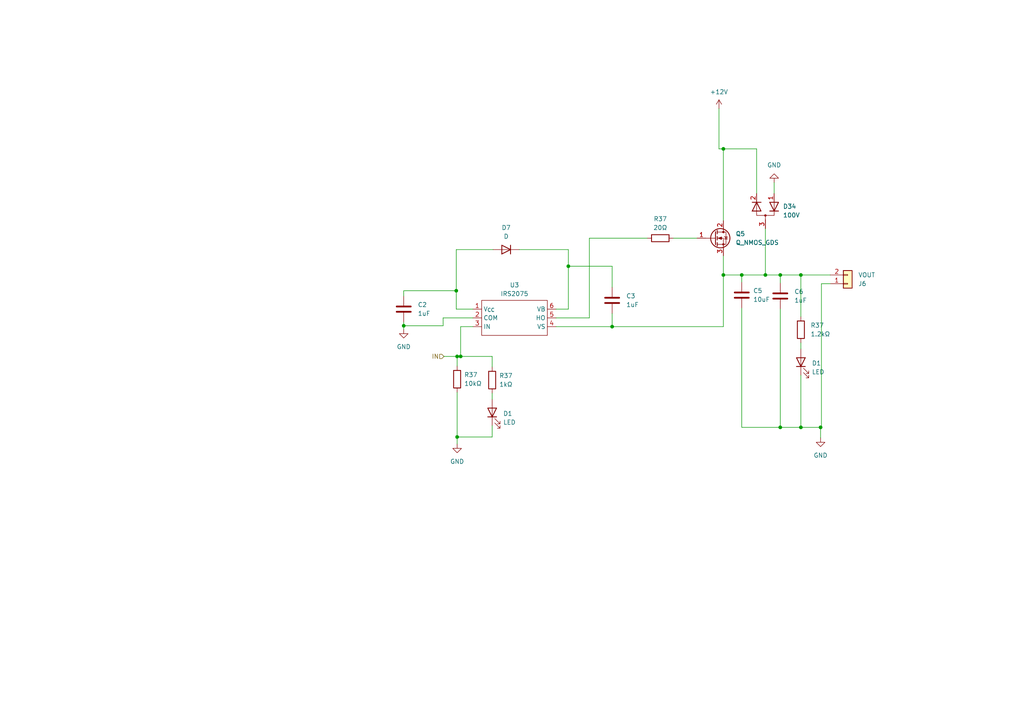
<source format=kicad_sch>
(kicad_sch (version 20230121) (generator eeschema)
  (paper "A4")
  (lib_symbols
    (symbol "Connector_Generic:Conn_01x02" (pin_names (offset 1.016) hide)
      (property "Reference" "J" (at 0 2.54 0))
      (property "Value" "Conn_01x02" (at 0 -5.08 0))
      (symbol "Conn_01x02_1_1"
        (rectangle (start -1.27 -2.413) (end 0 -2.667) (stroke (width 0.1524)))
        (rectangle (start -1.27 0.127) (end 0 -0.127) (stroke (width 0.1524)))
        (rectangle (start -1.27 1.27) (end 1.27 -3.81) (stroke (width 0.254)) (fill (type background)))
        (pin passive line (at -5.08 0 0) (length 3.81) (name "Pin_1") (number "1"))
        (pin passive line (at -5.08 -2.54 0) (length 3.81) (name "Pin_2") (number "2"))
      )
    )
    (symbol "Device:C" (pin_numbers hide) (pin_names (offset 0.254))
      (property "Reference" "C" (at 0.635 2.54 0))
      (property "Value" "C" (at 0.635 -2.54 0))
      (symbol "C_0_1"
        (polyline (pts (xy -2.032 -0.762) (xy 2.032 -0.762)) (stroke (width 0.508)))
        (polyline (pts (xy -2.032 0.762) (xy 2.032 0.762)) (stroke (width 0.508)))
      )
      (symbol "C_1_1"
        (pin passive line (at 0 3.81 270) (length 2.794) (name "~") (number "1"))
        (pin passive line (at 0 -3.81 90) (length 2.794) (name "~") (number "2"))
      )
    )
    (symbol "Device:D" (pin_numbers hide) (pin_names (offset 1.016) hide)
      (property "Reference" "D" (at 0 2.54 0))
      (property "Value" "D" (at 0 -2.54 0))
      (symbol "D_0_1"
        (polyline (pts (xy -1.27 1.27) (xy -1.27 -1.27)) (stroke (width 0.254)))
        (polyline (pts (xy 1.27 0) (xy -1.27 0)))
        (polyline (pts (xy 1.27 1.27) (xy 1.27 -1.27) (xy -1.27 0) (xy 1.27 1.27)) (stroke (width 0.254)))
      )
      (symbol "D_1_1"
        (pin passive line (at -3.81 0 0) (length 2.54) (name "K") (number "1"))
        (pin passive line (at 3.81 0 180) (length 2.54) (name "A") (number "2"))
      )
    )
    (symbol "Device:D_Dual_Series_AKC_Parallel" (pin_names (offset 0.762) hide)
      (property "Reference" "D" (at 0 5.08 0))
      (property "Value" "D_Dual_Series_AKC_Parallel" (at 0 -5.08 0))
      (symbol "D_Dual_Series_AKC_Parallel_0_0"
        (polyline (pts (xy 0 -1.27) (xy 0 -3.81)) (stroke (width 0.254)))
        (polyline (pts (xy 2.54 3.81) (xy 2.54 1.27)) (stroke (width 0.254)))
      )
      (symbol "D_Dual_Series_AKC_Parallel_0_1"
        (circle (center -1.27 0) (radius 0.254) (fill (type outline)))
        (polyline (pts (xy -1.27 0) (xy -2.54 0)))
        (polyline (pts (xy 2.54 2.54) (xy -1.27 2.54) (xy -1.27 -2.54) (xy 2.54 -2.54)))
        (polyline (pts (xy 0 3.81) (xy 2.54 2.54) (xy 0 1.27) (xy 0 3.81) (xy 0 3.81) (xy 0 3.81)) (stroke (width 0.254)))
        (polyline (pts (xy 2.54 -1.27) (xy 0 -2.54) (xy 2.54 -3.81) (xy 2.54 -1.27) (xy 2.54 -1.27) (xy 2.54 -1.27)) (stroke (width 0.254)))
        (pin passive line (at 5.08 -2.54 180) (length 2.54) (name "K") (number "1"))
        (pin passive line (at 5.08 2.54 180) (length 2.54) (name "K") (number "2"))
        (pin passive line (at -5.08 0 0) (length 2.54) (name "A") (number "3"))
      )
    )
    (symbol "Device:LED" (pin_numbers hide) (pin_names (offset 1.016) hide)
      (property "Reference" "D" (at 0 2.54 0))
      (property "Value" "LED" (at 0 -2.54 0))
      (symbol "LED_0_1"
        (polyline (pts (xy -1.27 -1.27) (xy -1.27 1.27)) (stroke (width 0.254)))
        (polyline (pts (xy -1.27 0) (xy 1.27 0)))
        (polyline (pts (xy 1.27 -1.27) (xy 1.27 1.27) (xy -1.27 0) (xy 1.27 -1.27)) (stroke (width 0.254)))
        (polyline (pts (xy -3.048 -0.762) (xy -4.572 -2.286) (xy -3.81 -2.286) (xy -4.572 -2.286) (xy -4.572 -1.524)))
        (polyline (pts (xy -1.778 -0.762) (xy -3.302 -2.286) (xy -2.54 -2.286) (xy -3.302 -2.286) (xy -3.302 -1.524)))
      )
      (symbol "LED_1_1"
        (pin passive line (at -3.81 0 0) (length 2.54) (name "K") (number "1"))
        (pin passive line (at 3.81 0 180) (length 2.54) (name "A") (number "2"))
      )
    )
    (symbol "Device:Q_NMOS_GDS" (pin_names (offset 0) hide)
      (property "Reference" "Q" (at 5.08 1.27 0))
      (property "Value" "Q_NMOS_GDS" (at 5.08 -1.27 0))
      (symbol "Q_NMOS_GDS_0_1"
        (polyline (pts (xy 0.254 0) (xy -2.54 0)))
        (polyline (pts (xy 0.254 1.905) (xy 0.254 -1.905)) (stroke (width 0.254)))
        (polyline (pts (xy 0.762 -1.27) (xy 0.762 -2.286)) (stroke (width 0.254)))
        (polyline (pts (xy 0.762 0.508) (xy 0.762 -0.508)) (stroke (width 0.254)))
        (polyline (pts (xy 0.762 2.286) (xy 0.762 1.27)) (stroke (width 0.254)))
        (polyline (pts (xy 2.54 2.54) (xy 2.54 1.778)))
        (polyline (pts (xy 2.54 -2.54) (xy 2.54 0) (xy 0.762 0)))
        (polyline (pts (xy 0.762 -1.778) (xy 3.302 -1.778) (xy 3.302 1.778) (xy 0.762 1.778)))
        (polyline (pts (xy 1.016 0) (xy 2.032 0.381) (xy 2.032 -0.381) (xy 1.016 0)) (fill (type outline)))
        (polyline (pts (xy 2.794 0.508) (xy 2.921 0.381) (xy 3.683 0.381) (xy 3.81 0.254)))
        (polyline (pts (xy 3.302 0.381) (xy 2.921 -0.254) (xy 3.683 -0.254) (xy 3.302 0.381)))
        (circle (center 1.651 0) (radius 2.794) (stroke (width 0.254)))
        (circle (center 2.54 -1.778) (radius 0.254) (fill (type outline)))
        (circle (center 2.54 1.778) (radius 0.254) (fill (type outline)))
      )
      (symbol "Q_NMOS_GDS_1_1"
        (pin input line (at -5.08 0 0) (length 2.54) (name "G") (number "1"))
        (pin passive line (at 2.54 5.08 270) (length 2.54) (name "D") (number "2"))
        (pin passive line (at 2.54 -5.08 90) (length 2.54) (name "S") (number "3"))
      )
    )
    (symbol "Device:R" (pin_numbers hide) (pin_names (offset 0))
      (property "Reference" "R" (at 2.032 0 90))
      (property "Value" "R" (at 0 0 90))
      (symbol "R_0_1"
        (rectangle (start -1.016 -2.54) (end 1.016 2.54) (stroke (width 0.254)))
      )
      (symbol "R_1_1"
        (pin passive line (at 0 3.81 270) (length 1.27) (name "~") (number "1"))
        (pin passive line (at 0 -3.81 90) (length 1.27) (name "~") (number "2"))
      )
    )
    (symbol "GateDrivers:IRS2075"
      (property "Reference" "U" (at 0 2.54 0))
      (property "Value" "IRS2075" (at 0 0 0))
      (symbol "IRS2075_0_1"
        (rectangle (start -10.16 5.08) (end 8.89 -5.08))
      )
      (symbol "IRS2075_1_1"
        (pin input line (at -12.7 2.54 0) (length 2.54) (name "V_{CC}") (number "1"))
        (pin input line (at -12.7 0 0) (length 2.54) (name "COM") (number "2"))
        (pin input line (at -12.7 -2.54 0) (length 2.54) (name "IN") (number "3"))
        (pin input line (at 11.43 -2.54 180) (length 2.54) (name "VS") (number "4"))
        (pin input line (at 11.43 0 180) (length 2.54) (name "HO") (number "5"))
        (pin input line (at 11.43 2.54 180) (length 2.54) (name "VB") (number "6"))
      )
    )
    (symbol "power:+12V" (power) (pin_names (offset 0))
      (property "Value" "+12V" (at 0 3.556 0))
      (symbol "+12V_0_1"
        (polyline (pts (xy -0.762 1.27) (xy 0 2.54)))
        (polyline (pts (xy 0 0) (xy 0 2.54)))
        (polyline (pts (xy 0 2.54) (xy 0.762 1.27)))
      )
      (symbol "+12V_1_1"
        (pin power_in line (at 0 0 90) (length 0) hide (name "+12V") (number "1"))
      )
    )
    (symbol "power:GND" (power) (pin_names (offset 0))
      (property "Value" "GND" (at 0 -3.81 0))
      (symbol "GND_0_1"
        (polyline (pts (xy 0 0) (xy 0 -1.27) (xy 1.27 -1.27) (xy 0 -2.54) (xy -1.27 -1.27) (xy 0 -1.27)))
      )
      (symbol "GND_1_1"
        (pin power_in line (at 0 0 270) (length 0) hide (name "GND") (number "1"))
      )
    )
  )
  (junction (at 232.283 79.756))
  (junction (at 215.138 79.756))
  (junction (at 133.604 103.378))
  (junction (at 209.804 79.756))
  (junction (at 132.588 126.746))
  (junction (at 164.846 77.216))
  (junction (at 132.334 84.328))
  (junction (at 177.546 94.742))
  (junction (at 226.314 123.952))
  (junction (at 221.996 79.756))
  (junction (at 232.283 123.952))
  (junction (at 117.094 94.488))
  (junction (at 209.804 43.18))
  (junction (at 226.314 79.756))
  (junction (at 132.588 103.378))
  (junction (at 237.998 123.952))
  (wire (pts (xy 164.846 77.216) (xy 164.846 89.662)))
  (wire (pts (xy 221.996 79.756) (xy 215.138 79.756)))
  (wire (pts (xy 209.804 43.18) (xy 209.804 64.008)))
  (wire (pts (xy 164.846 89.662) (xy 161.29 89.662)))
  (wire (pts (xy 161.29 92.202) (xy 170.942 92.202)))
  (wire (pts (xy 232.283 108.839) (xy 232.283 123.952)))
  (wire (pts (xy 137.16 92.202) (xy 128.524 92.202)))
  (wire (pts (xy 128.524 94.488) (xy 117.094 94.488)))
  (wire (pts (xy 224.536 52.959) (xy 224.536 56.134)))
  (wire (pts (xy 117.094 85.852) (xy 117.094 84.328)))
  (wire (pts (xy 170.942 69.088) (xy 187.706 69.088)))
  (wire (pts (xy 208.534 43.18) (xy 209.804 43.18)))
  (wire (pts (xy 215.138 79.756) (xy 215.138 81.788)))
  (wire (pts (xy 164.846 72.39) (xy 164.846 77.216)))
  (wire (pts (xy 117.094 94.488) (xy 117.094 95.504)))
  (wire (pts (xy 209.804 43.18) (xy 219.456 43.18)))
  (wire (pts (xy 133.604 103.378) (xy 142.748 103.378)))
  (wire (pts (xy 232.283 79.756) (xy 240.792 79.756)))
  (wire (pts (xy 128.778 103.378) (xy 132.588 103.378)))
  (wire (pts (xy 142.748 126.746) (xy 142.748 123.444)))
  (wire (pts (xy 226.314 79.756) (xy 232.283 79.756)))
  (wire (pts (xy 208.534 31.496) (xy 208.534 43.18)))
  (wire (pts (xy 232.283 123.952) (xy 237.998 123.952)))
  (wire (pts (xy 132.334 89.662) (xy 137.16 89.662)))
  (wire (pts (xy 177.546 94.742) (xy 177.546 90.932)))
  (wire (pts (xy 232.283 79.756) (xy 232.283 91.821)))
  (wire (pts (xy 132.588 103.378) (xy 133.604 103.378)))
  (wire (pts (xy 132.588 113.792) (xy 132.588 126.746)))
  (wire (pts (xy 232.283 99.441) (xy 232.283 101.219)))
  (wire (pts (xy 215.138 79.756) (xy 209.804 79.756)))
  (wire (pts (xy 209.804 74.168) (xy 209.804 79.756)))
  (wire (pts (xy 132.334 84.328) (xy 132.334 89.662)))
  (wire (pts (xy 177.546 83.312) (xy 177.546 77.216)))
  (wire (pts (xy 117.094 93.472) (xy 117.094 94.488)))
  (wire (pts (xy 226.314 79.756) (xy 221.996 79.756)))
  (wire (pts (xy 209.804 79.756) (xy 209.804 94.742)))
  (wire (pts (xy 132.588 103.378) (xy 132.588 106.172)))
  (wire (pts (xy 117.094 84.328) (xy 132.334 84.328)))
  (wire (pts (xy 133.604 94.742) (xy 137.16 94.742)))
  (wire (pts (xy 170.942 92.202) (xy 170.942 69.088)))
  (wire (pts (xy 215.138 89.408) (xy 215.138 123.952)))
  (wire (pts (xy 237.998 123.952) (xy 237.998 127)))
  (wire (pts (xy 132.334 72.39) (xy 143.002 72.39)))
  (wire (pts (xy 195.326 69.088) (xy 202.184 69.088)))
  (wire (pts (xy 132.334 84.328) (xy 132.334 72.39)))
  (wire (pts (xy 161.29 94.742) (xy 177.546 94.742)))
  (wire (pts (xy 221.996 66.294) (xy 221.996 79.756)))
  (wire (pts (xy 226.314 123.952) (xy 232.283 123.952)))
  (wire (pts (xy 226.314 79.756) (xy 226.314 82.042)))
  (wire (pts (xy 132.588 126.746) (xy 142.748 126.746)))
  (wire (pts (xy 142.748 103.378) (xy 142.748 106.426)))
  (wire (pts (xy 128.524 92.202) (xy 128.524 94.488)))
  (wire (pts (xy 219.456 43.18) (xy 219.456 56.134)))
  (wire (pts (xy 226.314 89.662) (xy 226.314 123.952)))
  (wire (pts (xy 238.252 82.296) (xy 238.252 123.952)))
  (wire (pts (xy 238.252 123.952) (xy 237.998 123.952)))
  (wire (pts (xy 238.252 82.296) (xy 240.792 82.296)))
  (wire (pts (xy 177.546 94.742) (xy 209.804 94.742)))
  (wire (pts (xy 215.138 123.952) (xy 226.314 123.952)))
  (wire (pts (xy 132.588 126.746) (xy 132.588 128.778)))
  (wire (pts (xy 177.546 77.216) (xy 164.846 77.216)))
  (wire (pts (xy 142.748 114.046) (xy 142.748 115.824)))
  (wire (pts (xy 150.622 72.39) (xy 164.846 72.39)))
  (wire (pts (xy 133.604 103.378) (xy 133.604 94.742)))
  (hierarchical_label "IN" (shape input) (at 128.778 103.378 180))
  (symbol (lib_id "Device:LED") (at 142.748 119.634 90) (unit 1)
    (property "Reference" "D1" (at 145.923 119.9515 90) (effects (justify right)))
    (property "Value" "LED" (at 145.923 122.4915 90) (effects (justify right)))
    (property "Footprint" "LED_SMD:LED_0805_2012Metric" (effects hide))
  )
  (symbol (lib_id "GateDrivers:IRS2075") (at 149.86 92.202 0) (unit 1)
    (property "Reference" "U3" (at 149.225 82.677 0))
    (property "Value" "IRS2075" (at 149.225 85.217 0))
    (property "Footprint" "Package_TO_SOT_SMD:SOT-23-6" (effects hide))
  )
  (symbol (lib_id "Connector_Generic:Conn_01x02") (at 245.872 82.296 0) (mirror x) (unit 1)
    (property "Reference" "J6" (at 248.92 82.296 0) (effects (justify left)))
    (property "Value" "VOUT" (at 248.92 79.756 0) (effects (justify left)))
    (property "Footprint" "TerminalBlock:TerminalBlock_bornier-2_P5.08mm" (effects hide))
  )
  (symbol (lib_id "Device:C") (at 226.314 85.852 0) (unit 1)
    (property "Reference" "C6" (at 230.378 84.582 0) (effects (justify left)))
    (property "Value" "1uF" (at 230.378 87.122 0) (effects (justify left)))
    (property "Footprint" "Capacitor_SMD:C_0805_2012Metric" (effects hide))
  )
  (symbol (lib_id "Device:D") (at 146.812 72.39 180) (unit 1)
    (property "Reference" "D7" (at 146.812 66.04 0))
    (property "Value" "D" (at 146.812 68.58 0))
    (property "Footprint" "Diode_SMD:D_SOD-123" (effects hide))
    (property "Sim.Device" "D" (effects hide))
    (property "Sim.Pins" "1=K 2=A" (effects hide))
  )
  (symbol (lib_id "Device:R") (at 232.283 95.631 180) (unit 1)
    (property "Reference" "R37" (at 235.077 94.361 0) (effects (justify right)))
    (property "Value" "1.2kΩ" (at 235.077 96.901 0) (effects (justify right)))
    (property "Footprint" "Resistor_SMD:R_0805_2012Metric" (effects hide))
    (instances (project "HighSideSwitchModule" (path "" (reference "R37") (unit 1)) (path "" (reference "R37") (unit 1)) (path "" (reference "R20") (unit 1))))
  )
  (symbol (lib_id "power:GND") (at 224.536 52.959 180) (unit 1)
    (property "Reference" "#PWR012" (effects hide))
    (property "Value" "GND" (at 224.536 47.879 0))
    (instances (project "HighSideSwitchModule" (path "" (reference "#PWR012") (unit 1)) (path "" (reference "#PWR020") (unit 1))))
  )
  (symbol (lib_id "Device:LED") (at 232.283 105.029 90) (unit 1)
    (property "Reference" "D1" (at 235.458 105.3465 90) (effects (justify right)))
    (property "Value" "LED" (at 235.458 107.8865 90) (effects (justify right)))
    (property "Footprint" "LED_SMD:LED_0805_2012Metric" (effects hide))
    (instances (project "HighSideSwitchModule" (path "" (reference "D1") (unit 1)) (path "" (reference "D1") (unit 1)) (path "" (reference "D9") (unit 1))))
  )
  (symbol (lib_id "Device:R") (at 132.588 109.982 180) (unit 1)
    (property "Reference" "R37" (at 134.62 108.712 0) (effects (justify right)))
    (property "Value" "10kΩ" (at 134.62 111.252 0) (effects (justify right)))
    (property "Footprint" "Resistor_SMD:R_0805_2012Metric" (effects hide))
    (instances (project "HighSideSwitchModule" (path "" (reference "R37") (unit 1)) (path "" (reference "R37") (unit 1)) (path "" (reference "R15") (unit 1))))
  )
  (symbol (lib_id "Device:C") (at 117.094 89.662 0) (unit 1)
    (property "Reference" "C2" (at 121.158 88.392 0) (effects (justify left)))
    (property "Value" "1uF" (at 121.158 90.932 0) (effects (justify left)))
    (property "Footprint" "Capacitor_SMD:C_0805_2012Metric" (effects hide))
  )
  (symbol (lib_id "Device:D_Dual_Series_AKC_Parallel") (at 221.996 61.214 90) (unit 1)
    (property "Reference" "D34" (at 227.076 59.8805 90) (effects (justify right)))
    (property "Value" "100V" (at 227.076 62.4205 90) (effects (justify right)))
    (property "Footprint" "Package_TO_SOT_SMD:SOT-23-3" (effects hide))
    (instances (project "HighSideSwitchModule" (path "" (reference "D34") (unit 1)) (path "" (reference "D8") (unit 1))))
  )
  (symbol (lib_id "power:GND") (at 117.094 95.504 0) (unit 1)
    (property "Reference" "#PWR07" (effects hide))
    (property "Value" "GND" (at 117.094 100.584 0))
  )
  (symbol (lib_id "power:+12V") (at 208.534 31.496 0) (unit 1)
    (property "Reference" "#PWR018" (effects hide))
    (property "Value" "+12V" (at 208.534 26.67 0))
  )
  (symbol (lib_id "power:GND") (at 132.588 128.778 0) (unit 1)
    (property "Reference" "#PWR017" (effects hide))
    (property "Value" "GND" (at 132.588 133.858 0))
  )
  (symbol (lib_id "Device:R") (at 191.516 69.088 270) (unit 1)
    (property "Reference" "R37" (at 191.516 63.5 90))
    (property "Value" "20Ω" (at 191.516 66.04 90))
    (property "Footprint" "Resistor_SMD:R_0805_2012Metric" (effects hide))
    (instances (project "HighSideSwitchModule" (path "" (reference "R37") (unit 1)) (path "" (reference "R37") (unit 1)) (path "" (reference "R19") (unit 1))))
  )
  (symbol (lib_id "power:GND") (at 237.998 127 0) (unit 1)
    (property "Reference" "#PWR021" (effects hide))
    (property "Value" "GND" (at 237.998 132.08 0))
  )
  (symbol (lib_id "Device:R") (at 142.748 110.236 180) (unit 1)
    (property "Reference" "R37" (at 144.78 108.966 0) (effects (justify right)))
    (property "Value" "1kΩ" (at 144.78 111.506 0) (effects (justify right)))
    (property "Footprint" "Resistor_SMD:R_0805_2012Metric" (effects hide))
    (instances (project "HighSideSwitchModule" (path "" (reference "R37") (unit 1)) (path "" (reference "R37") (unit 1)) (path "" (reference "R17") (unit 1))))
  )
  (symbol (lib_id "Device:C") (at 177.546 87.122 0) (unit 1)
    (property "Reference" "C3" (at 181.61 85.852 0) (effects (justify left)))
    (property "Value" "1uF" (at 181.61 88.392 0) (effects (justify left)))
    (property "Footprint" "Capacitor_SMD:C_0805_2012Metric" (effects hide))
  )
  (symbol (lib_id "Device:C") (at 215.138 85.598 0) (unit 1)
    (property "Reference" "C5" (at 218.44 84.328 0) (effects (justify left)))
    (property "Value" "10uF" (at 218.44 86.868 0) (effects (justify left)))
    (property "Footprint" "Capacitor_SMD:C_0805_2012Metric" (effects hide))
  )
  (symbol (lib_id "Device:Q_NMOS_GDS") (at 207.264 69.088 0) (unit 1)
    (property "Reference" "Q5" (at 213.36 67.818 0) (effects (justify left)))
    (property "Value" "Q_NMOS_GDS" (at 213.36 70.358 0) (effects (justify left)))
    (property "Footprint" "Package_TO_SOT_SMD:TO-252-3_TabPin2" (effects hide))
  )
)
</source>
